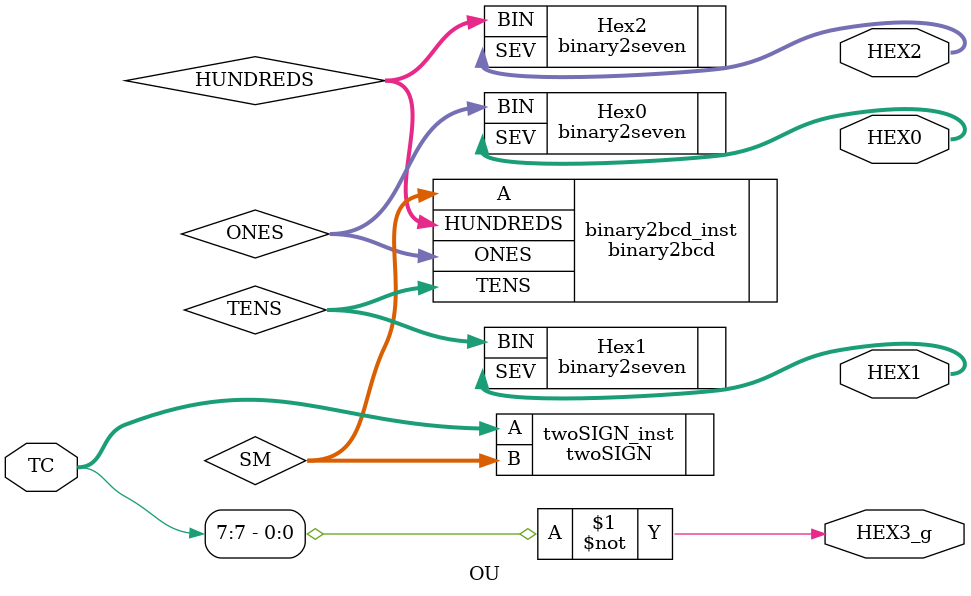
<source format=v>
module OU
(
	input [7:0] TC,
	output [0:6] HEX0,
	output [0:6] HEX1,
	output [0:6] HEX2,
	output HEX3_g
);

wire Sign;
wire [7:0] SM;
wire [3:0] ONES, TENS;
wire [1:0] HUNDREDS;

assign HEX3_g = ~TC[7];

twoSIGN twoSIGN_inst
(
	.A(TC) ,	// input [N-1:0] A_sig
	.B(SM) 	// output [N-1:0] B_sig
);

binary2bcd binary2bcd_inst
(
	.A(SM) ,	// input [7:0] A_sig
	.ONES(ONES) ,	// output [3:0] ONES_sig
	.TENS(TENS) ,	// output [3:0] TENS_sig
	.HUNDREDS(HUNDREDS) 	// output [1:0] HUNDREDS_sig
);

binary2seven Hex0
(
	.BIN(ONES) ,	// input [3:0] BIN_sig
	.SEV(HEX0) 	// output [0:6] SEV_sig
);

binary2seven Hex1
(
	.BIN(TENS) ,	// input [3:0] BIN_sig
	.SEV(HEX1) 	// output [0:6] SEV_sig
);

binary2seven Hex2
(
	.BIN(HUNDREDS) ,	// input [3:0] BIN_sig
	.SEV(HEX2) 	// output [0:6] SEV_sig
);

endmodule
</source>
